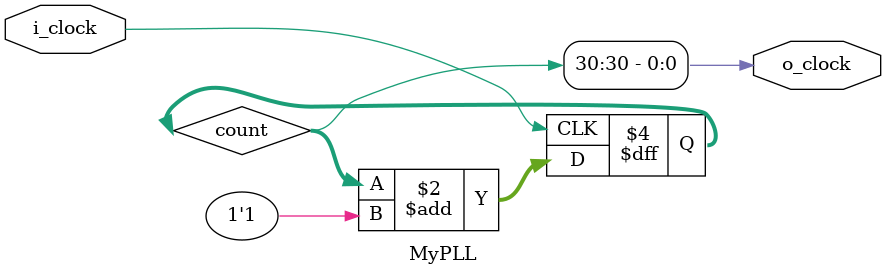
<source format=v>
module MyPLL #(parameter fator = 31)
				  (input i_clock, output o_clock);

reg [fator-1:0] count = 0;
assign o_clock = count[fator-1];

always @(posedge i_clock) 
begin
	count <= count + 1'b1; 
end
				  
endmodule
</source>
